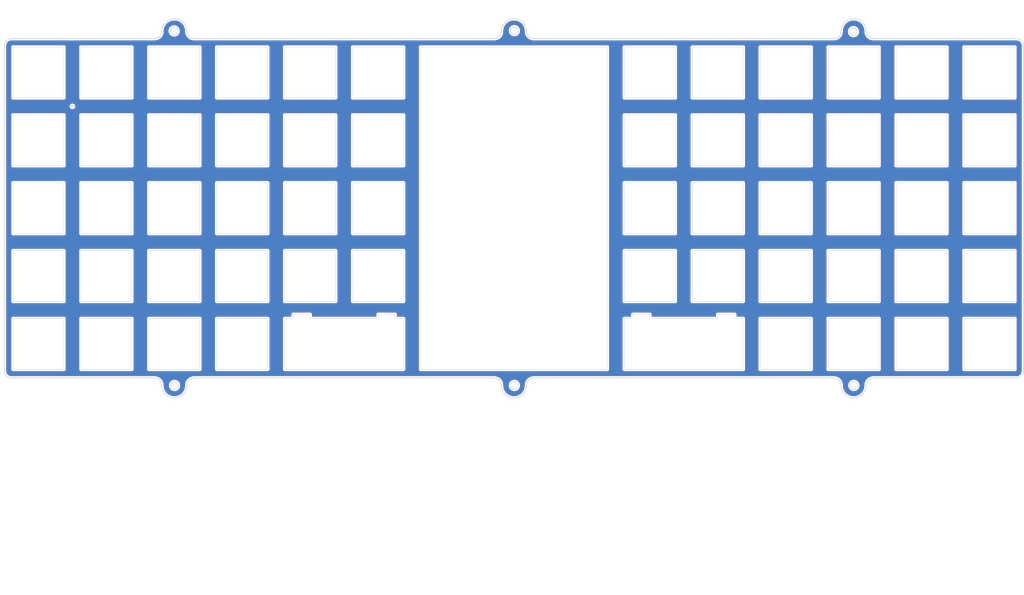
<source format=kicad_pcb>
(kicad_pcb (version 20211014) (generator pcbnew)
  (layers (0 "F.Cu" signal) (31 "B.Cu" signal) (34 "B.Paste" user) (35 "F.Paste" user) (36 "B.SilkS" user "B.Silkscreen") (37 "F.SilkS" user "F.Silkscreen") (38 "B.Mask" user) (39 "F.Mask" user) (44 "Edge.Cuts" user))
  (net 0 "")
  (gr_line (start 163.115625 118.348125) (end 165.496965 118.348233) (layer "Edge.Cuts") (width 0.1))
  (gr_line (start 170.259469 118.348233) (end 189.309485 118.348233) (layer "Edge.Cuts") (width 0.1))
  (gr_line (start 163.115625 56.435625) (end 163.115625 42.148125) (layer "Edge.Cuts") (width 0.1))
  (gr_line (start 196.453125 42.148125) (end 182.165625 42.148125) (layer "Edge.Cuts") (width 0.1))
  (gr_line (start 215.503125 42.148125) (end 201.215625 42.148125) (layer "Edge.Cuts") (width 0.1))
  (gr_line (start 220.265625 56.435625) (end 220.265625 42.148125) (layer "Edge.Cuts") (width 0.1))
  (gr_line (start 239.315625 56.435625) (end 239.315625 42.148125) (layer "Edge.Cuts") (width 0.1))
  (gr_line (start 258.365625 56.435625) (end 258.365625 42.148125) (layer "Edge.Cuts") (width 0.1))
  (gr_line (start 182.165625 61.198125) (end 182.165625 75.485625) (layer "Edge.Cuts") (width 0.1))
  (gr_line (start 258.365625 75.485625) (end 258.365625 61.198125) (layer "Edge.Cuts") (width 0.1))
  (gr_line (start 253.603125 61.198125) (end 253.603125 75.485625) (layer "Edge.Cuts") (width 0.1))
  (gr_line (start 272.653125 75.485625) (end 258.365625 75.485625) (layer "Edge.Cuts") (width 0.1))
  (gr_line (start 272.653125 61.198125) (end 272.653125 75.485625) (layer "Edge.Cuts") (width 0.1))
  (gr_line (start 220.265625 75.485625) (end 220.265625 61.198125) (layer "Edge.Cuts") (width 0.1))
  (gr_line (start 163.115625 61.198125) (end 177.403125 61.198125) (layer "Edge.Cuts") (width 0.1))
  (gr_line (start 177.403125 75.485625) (end 163.115625 75.485625) (layer "Edge.Cuts") (width 0.1))
  (gr_line (start 234.553125 75.485625) (end 220.265625 75.485625) (layer "Edge.Cuts") (width 0.1))
  (gr_line (start 239.315625 75.485625) (end 239.315625 61.198125) (layer "Edge.Cuts") (width 0.1))
  (gr_line (start 220.265625 61.198125) (end 234.553125 61.198125) (layer "Edge.Cuts") (width 0.1))
  (gr_line (start 253.603125 75.485625) (end 239.315625 75.485625) (layer "Edge.Cuts") (width 0.1))
  (gr_line (start 177.403125 61.198125) (end 177.403125 75.485625) (layer "Edge.Cuts") (width 0.1))
  (gr_line (start 196.453125 61.198125) (end 182.165625 61.198125) (layer "Edge.Cuts") (width 0.1))
  (gr_line (start 196.453125 75.485625) (end 196.453125 61.198125) (layer "Edge.Cuts") (width 0.1))
  (gr_line (start 239.315625 61.198125) (end 253.603125 61.198125) (layer "Edge.Cuts") (width 0.1))
  (gr_line (start 215.503125 61.198125) (end 201.215625 61.198125) (layer "Edge.Cuts") (width 0.1))
  (gr_line (start 258.365625 61.198125) (end 272.653125 61.198125) (layer "Edge.Cuts") (width 0.1))
  (gr_line (start 234.553125 61.198125) (end 234.553125 75.485625) (layer "Edge.Cuts") (width 0.1))
  (gr_line (start 163.115625 75.485625) (end 163.115625 61.198125) (layer "Edge.Cuts") (width 0.1))
  (gr_line (start 201.215625 75.485625) (end 215.503125 75.485625) (layer "Edge.Cuts") (width 0.1))
  (gr_line (start 201.215625 61.198125) (end 201.215625 75.485625) (layer "Edge.Cuts") (width 0.1))
  (gr_line (start 215.503125 75.485625) (end 215.503125 61.198125) (layer "Edge.Cuts") (width 0.1))
  (gr_line (start 182.165625 75.485625) (end 196.453125 75.485625) (layer "Edge.Cuts") (width 0.1))
  (gr_line (start 177.403125 80.248125) (end 177.403125 94.535625) (layer "Edge.Cuts") (width 0.1))
  (gr_line (start 196.453125 80.248125) (end 182.165625 80.248125) (layer "Edge.Cuts") (width 0.1))
  (gr_line (start 220.265625 80.248125) (end 234.553125 80.248125) (layer "Edge.Cuts") (width 0.1))
  (gr_line (start 253.603125 94.535625) (end 239.315625 94.535625) (layer "Edge.Cuts") (width 0.1))
  (gr_line (start 234.553125 94.535625) (end 220.265625 94.535625) (layer "Edge.Cuts") (width 0.1))
  (gr_line (start 239.315625 94.535625) (end 239.315625 80.248125) (layer "Edge.Cuts") (width 0.1))
  (gr_line (start 234.553125 80.248125) (end 234.553125 94.535625) (layer "Edge.Cuts") (width 0.1))
  (gr_line (start 258.365625 80.248125) (end 272.653125 80.248125) (layer "Edge.Cuts") (width 0.1))
  (gr_line (start 182.165625 94.535625) (end 196.453125 94.535625) (layer "Edge.Cuts") (width 0.1))
  (gr_line (start 163.115625 94.535625) (end 163.115625 80.248125) (layer "Edge.Cuts") (width 0.1))
  (gr_line (start 253.603125 80.248125) (end 253.603125 94.535625) (layer "Edge.Cuts") (width 0.1))
  (gr_line (start 258.365625 94.535625) (end 258.365625 80.248125) (layer "Edge.Cuts") (width 0.1))
  (gr_line (start 201.215625 94.535625) (end 215.503125 94.535625) (layer "Edge.Cuts") (width 0.1))
  (gr_line (start 196.453125 94.535625) (end 196.453125 80.248125) (layer "Edge.Cuts") (width 0.1))
  (gr_line (start 272.653125 94.535713) (end 258.365625 94.535713) (layer "Edge.Cuts") (width 0.1))
  (gr_line (start 215.503125 94.535625) (end 215.503125 80.248125) (layer "Edge.Cuts") (width 0.1))
  (gr_line (start 201.215625 80.248125) (end 201.215625 94.535625) (layer "Edge.Cuts") (width 0.1))
  (gr_line (start 215.503125 80.248125) (end 201.215625 80.248125) (layer "Edge.Cuts") (width 0.1))
  (gr_line (start 182.165625 80.248125) (end 182.165625 94.535625) (layer "Edge.Cuts") (width 0.1))
  (gr_line (start 239.315625 80.248125) (end 253.603125 80.248125) (layer "Edge.Cuts") (width 0.1))
  (gr_line (start 272.653125 80.248125) (end 272.653125 94.535625) (layer "Edge.Cuts") (width 0.1))
  (gr_line (start 163.115625 80.248125) (end 177.403125 80.248125) (layer "Edge.Cuts") (width 0.1))
  (gr_line (start 220.265625 94.535625) (end 220.265625 80.248125) (layer "Edge.Cuts") (width 0.1))
  (gr_line (start 177.403125 94.535625) (end 163.115625 94.535625) (layer "Edge.Cuts") (width 0.1))
  (gr_line (start 258.365625 113.585625) (end 258.365625 99.298125) (layer "Edge.Cuts") (width 0.1))
  (gr_line (start 196.453125 99.298125) (end 182.165625 99.298125) (layer "Edge.Cuts") (width 0.1))
  (gr_line (start 253.603125 113.585625) (end 239.315625 113.585625) (layer "Edge.Cuts") (width 0.1))
  (gr_line (start 239.315625 99.298125) (end 253.603125 99.298125) (layer "Edge.Cuts") (width 0.1))
  (gr_line (start 220.265625 99.298125) (end 234.553125 99.298125) (layer "Edge.Cuts") (width 0.1))
  (gr_line (start 182.165625 99.298125) (end 182.165625 113.585625) (layer "Edge.Cuts") (width 0.1))
  (gr_line (start 201.215625 99.298125) (end 201.215625 113.585625) (layer "Edge.Cuts") (width 0.1))
  (gr_line (start 234.553125 99.298125) (end 234.553125 113.585625) (layer "Edge.Cuts") (width 0.1))
  (gr_line (start 177.403125 99.298125) (end 177.403125 113.585625) (layer "Edge.Cuts") (width 0.1))
  (gr_line (start 234.553125 113.585625) (end 220.265625 113.585625) (layer "Edge.Cuts") (width 0.1))
  (gr_line (start 201.215625 113.585625) (end 215.503125 113.585625) (layer "Edge.Cuts") (width 0.1))
  (gr_line (start 220.265625 113.585625) (end 220.265625 99.298125) (layer "Edge.Cuts") (width 0.1))
  (gr_line (start 239.315625 113.585625) (end 239.315625 99.298125) (layer "Edge.Cuts") (width 0.1))
  (gr_line (start 272.653125 99.298125) (end 272.653125 113.585625) (layer "Edge.Cuts") (width 0.1))
  (gr_line (start 196.453125 113.585625) (end 196.453125 99.298125) (layer "Edge.Cuts") (width 0.1))
  (gr_line (start 272.653125 113.585625) (end 258.365625 113.585625) (layer "Edge.Cuts") (width 0.1))
  (gr_line (start 182.165625 113.585625) (end 196.453125 113.585625) (layer "Edge.Cuts") (width 0.1))
  (gr_line (start 215.503125 99.298125) (end 201.215625 99.298125) (layer "Edge.Cuts") (width 0.1))
  (gr_line (start 215.503125 113.585625) (end 215.503125 99.298125) (layer "Edge.Cuts") (width 0.1))
  (gr_line (start 163.115625 99.298125) (end 177.403125 99.298125) (layer "Edge.Cuts") (width 0.1))
  (gr_line (start 177.403125 113.585625) (end 163.115625 113.585625) (layer "Edge.Cuts") (width 0.1))
  (gr_line (start 253.603125 99.298125) (end 253.603125 113.585625) (layer "Edge.Cuts") (width 0.1))
  (gr_line (start 163.115625 113.585625) (end 163.115625 99.298125) (layer "Edge.Cuts") (width 0.1))
  (gr_line (start 258.365625 99.298125) (end 272.653125 99.298125) (layer "Edge.Cuts") (width 0.1))
  (gr_line (start 201.215625 132.635625) (end 215.503125 132.635625) (layer "Edge.Cuts") (width 0.1))
  (gr_line (start 234.553125 118.348125) (end 234.553125 132.635625) (layer "Edge.Cuts") (width 0.1))
  (gr_line (start 234.553125 132.635625) (end 220.265625 132.635625) (layer "Edge.Cuts") (width 0.1))
  (gr_line (start 215.503125 118.348125) (end 201.215625 118.348125) (layer "Edge.Cuts") (width 0.1))
  (gr_line (start 253.603125 132.635625) (end 239.315625 132.635625) (layer "Edge.Cuts") (width 0.1))
  (gr_line (start 272.653125 132.635625) (end 258.365625 132.635625) (layer "Edge.Cuts") (width 0.1))
  (gr_line (start 220.265625 132.635625) (end 220.265625 118.348125) (layer "Edge.Cuts") (width 0.1))
  (gr_line (start 239.315625 132.635625) (end 239.315625 118.348125) (layer "Edge.Cuts") (width 0.1))
  (gr_line (start 272.653125 118.348125) (end 272.653125 132.635625) (layer "Edge.Cuts") (width 0.1))
  (gr_line (start 196.453125 132.635625) (end 196.453125 118.348125) (layer "Edge.Cuts") (width 0.1))
  (gr_line (start 253.603125 118.348125) (end 253.603125 132.635625) (layer "Edge.Cuts") (width 0.1))
  (gr_line (start 258.365625 132.635625) (end 258.365625 118.348125) (layer "Edge.Cuts") (width 0.1))
  (gr_line (start 163.115625 132.635625) (end 163.115625 118.348125) (layer "Edge.Cuts") (width 0.1))
  (gr_line (start 215.503125 132.635625) (end 215.503125 118.348125) (layer "Edge.Cuts") (width 0.1))
  (gr_line (start 239.315625 118.348125) (end 253.603125 118.348125) (layer "Edge.Cuts") (width 0.1))
  (gr_line (start 220.265625 118.348125) (end 234.553125 118.348125) (layer "Edge.Cuts") (width 0.1))
  (gr_line (start 201.215625 118.348125) (end 201.215625 132.635625) (layer "Edge.Cuts") (width 0.1))
  (gr_line (start 258.365625 118.348125) (end 272.653125 118.348125) (layer "Edge.Cuts") (width 0.1))
  (gr_line (start 196.453125 132.635625) (end 163.115625 132.635625) (layer "Edge.Cuts") (width 0.1))
  (gr_line (start 5.953125 42.148125) (end -8.334375 42.148125) (layer "Edge.Cuts") (width 0.1))
  (gr_line (start -8.334375 42.148125) (end -8.334375 56.435625) (layer "Edge.Cuts") (width 0.1))
  (gr_line (start 44.053125 61.198125) (end 29.765625 61.198125) (layer "Edge.Cuts") (width 0.1))
  (gr_line (start 10.715625 75.485625) (end 25.003125 75.485625) (layer "Edge.Cuts") (width 0.1))
  (gr_line (start 82.153125 42.148125) (end 82.153125 56.435625) (layer "Edge.Cuts") (width 0.1))
  (gr_line (start 82.153125 56.435625) (end 67.865625 56.435625) (layer "Edge.Cuts") (width 0.1))
  (gr_line (start -8.334375 113.585625) (end 5.953125 113.585625) (layer "Edge.Cuts") (width 0.1))
  (gr_line (start 5.953125 99.298125) (end -8.334375 99.298125) (layer "Edge.Cuts") (width 0.1))
  (gr_line (start 48.815625 56.435625) (end 48.815625 42.148125) (layer "Edge.Cuts") (width 0.1))
  (gr_line (start 48.815625 42.148125) (end 63.103125 42.148125) (layer "Edge.Cuts") (width 0.1))
  (gr_line (start 44.053125 42.148125) (end 29.765625 42.148125) (layer "Edge.Cuts") (width 0.1))
  (gr_line (start 29.765625 42.148125) (end 29.765625 56.435625) (layer "Edge.Cuts") (width 0.1))
  (gr_line (start 29.765625 56.435625) (end 44.053125 56.435625) (layer "Edge.Cuts") (width 0.1))
  (gr_line (start 44.053125 56.435625) (end 44.053125 42.148125) (layer "Edge.Cuts") (width 0.1))
  (gr_line (start 25.003125 42.148125) (end 10.715625 42.148125) (layer "Edge.Cuts") (width 0.1))
  (gr_line (start 10.715625 42.148125) (end 10.715625 56.435625) (layer "Edge.Cuts") (width 0.1))
  (gr_line (start 67.865625 56.435625) (end 67.865625 42.148125) (layer "Edge.Cuts") (width 0.1))
  (gr_line (start 67.865625 42.148125) (end 82.153125 42.148125) (layer "Edge.Cuts") (width 0.1))
  (gr_line (start -8.334375 56.435625) (end 5.953125 56.435625) (layer "Edge.Cuts") (width 0.1))
  (gr_line (start -8.334375 75.485625) (end 5.953125 75.485625) (layer "Edge.Cuts") (width 0.1))
  (gr_line (start 10.715625 56.435625) (end 25.003125 56.435625) (layer "Edge.Cuts") (width 0.1))
  (gr_line (start 25.003125 56.435625) (end 25.003125 42.148125) (layer "Edge.Cuts") (width 0.1))
  (gr_line (start 5.953125 56.435625) (end 5.953125 42.148125) (layer "Edge.Cuts") (width 0.1))
  (gr_line (start 70.246761 118.348233) (end 67.865625 118.348125) (layer "Edge.Cuts") (width 0.1))
  (gr_line (start 75.009265 117.157607) (end 75.009265 118.348233) (layer "Edge.Cuts") (width 0.1))
  (gr_line (start 70.246761 118.348233) (end 70.246761 117.157607) (layer "Edge.Cuts") (width 0.1))
  (gr_line (start 94.059281 118.348233) (end 94.059281 117.157607) (layer "Edge.Cuts") (width 0.1))
  (gr_line (start 101.203125 61.198125) (end 86.915625 61.198125) (layer "Edge.Cuts") (width 0.1))
  (gr_line (start 82.153125 61.198125) (end 82.153125 75.485625) (layer "Edge.Cuts") (width 0.1))
  (gr_line (start 86.915625 75.485625) (end 101.203125 75.485625) (layer "Edge.Cuts") (width 0.1))
  (gr_line (start 48.815625 61.198125) (end 63.103125 61.198125) (layer "Edge.Cuts") (width 0.1))
  (gr_line (start 86.915625 80.248125) (end 86.915625 94.535625) (layer "Edge.Cuts") (width 0.1))
  (gr_line (start 29.765625 61.198125) (end 29.765625 75.485625) (layer "Edge.Cuts") (width 0.1))
  (gr_line (start -8.334375 61.198125) (end -8.334375 75.485625) (layer "Edge.Cuts") (width 0.1))
  (gr_line (start -8.334375 94.535713) (end 5.953125 94.535713) (layer "Edge.Cuts") (width 0.1))
  (gr_line (start 29.765625 94.535625) (end 44.053125 94.535625) (layer "Edge.Cuts") (width 0.1))
  (gr_line (start 25.003125 94.535625) (end 25.003125 80.248125) (layer "Edge.Cuts") (width 0.1))
  (gr_line (start 101.203125 42.148125) (end 86.915625 42.148125) (layer "Edge.Cuts") (width 0.1))
  (gr_line (start 10.715625 80.248125) (end 10.715625 94.535625) (layer "Edge.Cuts") (width 0.1))
  (gr_line (start 5.953125 94.535625) (end 5.953125 80.248125) (layer "Edge.Cuts") (width 0.1))
  (gr_line (start 5.953125 75.485625) (end 5.953125 61.198125) (layer "Edge.Cuts") (width 0.1))
  (gr_line (start 67.865625 99.298125) (end 82.153125 99.298125) (layer "Edge.Cuts") (width 0.1))
  (gr_line (start 29.765625 132.635625) (end 44.053125 132.635625) (layer "Edge.Cuts") (width 0.1))
  (gr_line (start 10.715625 113.585625) (end 25.003125 113.585625) (layer "Edge.Cuts") (width 0.1))
  (gr_line (start 82.153125 99.298125) (end 82.153125 113.585625) (layer "Edge.Cuts") (width 0.1))
  (gr_line (start 63.103125 99.298125) (end 63.103125 113.585625) (layer "Edge.Cuts") (width 0.1))
  (gr_line (start 29.765625 80.248125) (end 29.765625 94.535625) (layer "Edge.Cuts") (width 0.1))
  (gr_line (start 29.765625 99.298125) (end 29.765625 113.585625) (layer "Edge.Cuts") (width 0.1))
  (gr_line (start 82.153125 94.535625) (end 67.865625 94.535625) (layer "Edge.Cuts") (width 0.1))
  (gr_line (start 86.915625 99.298125) (end 86.915625 113.585625) (layer "Edge.Cuts") (width 0.1))
  (gr_line (start 29.765625 113.585625) (end 44.053125 113.585625) (layer "Edge.Cuts") (width 0.1))
  (gr_line (start 94.059281 118.348233) (end 75.009265 118.348233) (layer "Edge.Cuts") (width 0.1))
  (gr_line (start 63.103125 113.585625) (end 48.815625 113.585625) (layer "Edge.Cuts") (width 0.1))
  (gr_line (start 10.715625 118.348125) (end 10.715625 132.635625) (layer "Edge.Cuts") (width 0.1))
  (gr_line (start 44.053125 113.585625) (end 44.053125 99.298125) (layer "Edge.Cuts") (width 0.1))
  (gr_line (start 44.053125 132.635625) (end 44.053125 118.348125) (layer "Edge.Cuts") (width 0.1))
  (gr_line (start 25.003125 113.585625) (end 25.003125 99.298125) (layer "Edge.Cuts") (width 0.1))
  (gr_line (start 48.815625 132.635625) (end 48.815625 118.348125) (layer "Edge.Cuts") (width 0.1))
  (gr_line (start 67.865625 113.585625) (end 67.865625 99.298125) (layer "Edge.Cuts") (width 0.1))
  (gr_line (start 63.103125 132.635625) (end 48.815625 132.635625) (layer "Edge.Cuts") (width 0.1))
  (gr_line (start 82.153125 113.585625) (end 67.865625 113.585625) (layer "Edge.Cuts") (width 0.1))
  (gr_line (start 10.715625 132.635625) (end 25.003125 132.635625) (layer "Edge.Cuts") (width 0.1))
  (gr_line (start 48.815625 99.298125) (end 63.103125 99.298125) (layer "Edge.Cuts") (width 0.1))
  (gr_line (start 25.003125 132.635625) (end 25.003125 118.348125) (layer "Edge.Cuts") (width 0.1))
  (gr_line (start 48.815625 113.585625) (end 48.815625 99.298125) (layer "Edge.Cuts") (width 0.1))
  (gr_line (start 48.815625 94.535625) (end 48.815625 80.248125) (layer "Edge.Cuts") (width 0.1))
  (gr_line (start 63.103125 80.248125) (end 63.103125 94.535625) (layer "Edge.Cuts") (width 0.1))
  (gr_line (start 48.815625 80.248125) (end 63.103125 80.248125) (layer "Edge.Cuts") (width 0.1))
  (gr_line (start 25.003125 99.298125) (end 10.715625 99.298125) (layer "Edge.Cuts") (width 0.1))
  (gr_line (start 63.103125 56.435625) (end 48.815625 56.435625) (layer "Edge.Cuts") (width 0.1))
  (gr_line (start 101.203125 99.298125) (end 86.915625 99.298125) (layer "Edge.Cuts") (width 0.1))
  (gr_line (start 44.053125 99.298125) (end 29.765625 99.298125) (layer "Edge.Cuts") (width 0.1))
  (gr_line (start 82.153125 80.248125) (end 82.153125 94.535625) (layer "Edge.Cuts") (width 0.1))
  (gr_line (start 25.003125 80.248125) (end 10.715625 80.248125) (layer "Edge.Cuts") (width 0.1))
  (gr_line (start 63.103125 42.148125) (end 63.103125 56.435625) (layer "Edge.Cuts") (width 0.1))
  (gr_line (start 67.865625 132.635625) (end 67.865625 118.348125) (layer "Edge.Cuts") (width 0.1))
  (gr_line (start 86.915625 42.148125) (end 86.915625 56.435625) (layer "Edge.Cuts") (width 0.1))
  (gr_line (start 86.915625 56.435625) (end 101.203125 56.435625) (layer "Edge.Cuts") (width 0.1))
  (gr_line (start 67.865625 132.635625) (end 101.203125 132.635625) (layer "Edge.Cuts") (width 0.1))
  (gr_line (start 86.915625 61.198125) (end 86.915625 75.485625) (layer "Edge.Cuts") (width 0.1))
  (gr_line (start 67.865625 61.198125) (end 82.153125 61.198125) (layer "Edge.Cuts") (width 0.1))
  (gr_line (start 63.103125 75.485625) (end 48.815625 75.485625) (layer "Edge.Cuts") (width 0.1))
  (gr_line (start 5.953125 132.635625) (end 5.953125 118.348125) (layer "Edge.Cuts") (width 0.1))
  (gr_line (start 63.103125 118.348125) (end 63.103125 132.635625) (layer "Edge.Cuts") (width 0.1))
  (gr_line (start 94.059281 117.157607) (end 98.821785 117.157607) (layer "Edge.Cuts") (width 0.1))
  (gr_line (start 86.915625 113.585625) (end 101.203125 113.585625) (layer "Edge.Cuts") (width 0.1))
  (gr_line (start 10.715625 99.298125) (end 10.715625 113.585625) (layer "Edge.Cuts") (width 0.1))
  (gr_line (start 29.765625 118.348125) (end 29.765625 132.635625) (layer "Edge.Cuts") (width 0.1))
  (gr_line (start 25.003125 118.348125) (end 10.715625 118.348125) (layer "Edge.Cuts") (width 0.1))
  (gr_line (start 44.053125 118.348125) (end 29.765625 118.348125) (layer "Edge.Cuts") (width 0.1))
  (gr_line (start 70.246761 117.157607) (end 75.009265 117.157607) (layer "Edge.Cuts") (width 0.1))
  (gr_line (start -8.334375 118.348125) (end -8.334375 132.635625) (layer "Edge.Cuts") (width 0.1))
  (gr_line (start 5.953125 118.348125) (end -8.334375 118.348125) (layer "Edge.Cuts") (width 0.1))
  (gr_line (start -8.334375 132.635625) (end 5.953125 132.635625) (layer "Edge.Cuts") (width 0.1))
  (gr_line (start 5.953125 61.198125) (end -8.334375 61.198125) (layer "Edge.Cuts") (width 0.1))
  (gr_line (start -8.334375 80.248125) (end -8.334375 94.535625) (layer "Edge.Cuts") (width 0.1))
  (gr_line (start 5.953125 80.248125) (end -8.334375 80.248125) (layer "Edge.Cuts") (width 0.1))
  (gr_line (start 63.103125 61.198125) (end 63.103125 75.485625) (layer "Edge.Cuts") (width 0.1))
  (gr_line (start 67.865625 80.248125) (end 82.153125 80.248125) (layer "Edge.Cuts") (width 0.1))
  (gr_line (start 44.053125 80.248125) (end 29.765625 80.248125) (layer "Edge.Cuts") (width 0.1))
  (gr_line (start 48.815625 75.485625) (end 48.815625 61.198125) (layer "Edge.Cuts") (width 0.1))
  (gr_line (start 67.865625 94.535625) (end 67.865625 80.248125) (layer "Edge.Cuts") (width 0.1))
  (gr_line (start 101.203125 80.248125) (end 86.915625 80.248125) (layer "Edge.Cuts") (width 0.1))
  (gr_line (start 44.053125 94.535625) (end 44.053125 80.248125) (layer "Edge.Cuts") (width 0.1))
  (gr_line (start 86.915625 94.535625) (end 101.203125 94.535625) (layer "Edge.Cuts") (width 0.1))
  (gr_line (start 63.103125 94.535625) (end 48.815625 94.535625) (layer "Edge.Cuts") (width 0.1))
  (gr_line (start 67.865625 75.485625) (end 67.865625 61.198125) (layer "Edge.Cuts") (width 0.1))
  (gr_line (start 25.003125 61.198125) (end 10.715625 61.198125) (layer "Edge.Cuts") (width 0.1))
  (gr_line (start 10.715625 61.198125) (end 10.715625 75.485625) (layer "Edge.Cuts") (width 0.1))
  (gr_line (start 5.953125 113.585625) (end 5.953125 99.298125) (layer "Edge.Cuts") (width 0.1))
  (gr_line (start -8.334375 99.298125) (end -8.334375 113.585625) (layer "Edge.Cuts") (width 0.1))
  (gr_line (start 25.003125 75.485625) (end 25.003125 61.198125) (layer "Edge.Cuts") (width 0.1))
  (gr_line (start 82.153125 75.485625) (end 67.865625 75.485625) (layer "Edge.Cuts") (width 0.1))
  (gr_line (start 48.815625 118.348125) (end 63.103125 118.348125) (layer "Edge.Cuts") (width 0.1))
  (gr_line (start 10.715625 94.535625) (end 25.003125 94.535625) (layer "Edge.Cuts") (width 0.1))
  (gr_line (start 44.053125 75.485625) (end 44.053125 61.198125) (layer "Edge.Cuts") (width 0.1))
  (gr_line (start 29.765625 75.485625) (end 44.053125 75.485625) (layer "Edge.Cuts") (width 0.1))
  (gr_line (start -10.733457 133.050129) (end -10.733457 41.800004) (layer "Edge.Cuts") (width 0.2))
  (gr_arc (start -10.733457 41.800004) (mid -10.147671 40.38579) (end -8.733457 39.800004) (layer "Edge.Cuts") (width 0.2))
  (gr_line (start -8.733457 39.800004) (end 31.440032 39.800004) (layer "Edge.Cuts") (width 0.2))
  (gr_arc (start 33.417717 37.800127) (mid 32.839799 39.20643) (end 31.440032 39.800004) (layer "Edge.Cuts") (width 0.2))
  (gr_line (start 33.417717 37.800129) (end 33.417717 37.700129) (layer "Edge.Cuts") (width 0.2))
  (gr_arc (start 33.417717 37.700129) (mid 36.917717 34.200129) (end 40.417717 37.700129) (layer "Edge.Cuts") (width 0.2))
  (gr_line (start 40.417717 37.700129) (end 40.417717 37.800128) (layer "Edge.Cuts") (width 0.2))
  (gr_arc (start 42.395401 39.800003) (mid 40.995635 39.20643) (end 40.417717 37.800128) (layer "Edge.Cuts") (width 0.2))
  (gr_line (start 42.395401 39.800004) (end 126.690032 39.800004) (layer "Edge.Cuts") (width 0.2))
  (gr_arc (start 128.667717 37.800128) (mid 128.089798 39.20643) (end 126.690032 39.800004) (layer "Edge.Cuts") (width 0.2))
  (gr_line (start 128.667717 37.800129) (end 128.667717 37.700129) (layer "Edge.Cuts") (width 0.2))
  (gr_arc (start 128.667717 37.700129) (mid 132.167717 34.200129) (end 135.667717 37.700129) (layer "Edge.Cuts") (width 0.2))
  (gr_line (start 135.667717 37.700129) (end 135.667717 37.800128) (layer "Edge.Cuts") (width 0.2))
  (gr_arc (start 137.645401 39.800003) (mid 136.245635 39.20643) (end 135.667717 37.800128) (layer "Edge.Cuts") (width 0.2))
  (gr_line (start 137.645401 39.800004) (end 221.940032 39.800004) (layer "Edge.Cuts") (width 0.2))
  (gr_arc (start 223.917716 37.800129) (mid 223.339798 39.20643) (end 221.940032 39.800004) (layer "Edge.Cuts") (width 0.2))
  (gr_line (start 223.917717 37.800129) (end 223.917717 37.700129) (layer "Edge.Cuts") (width 0.2))
  (gr_arc (start 223.917717 37.700128) (mid 227.417717 34.200128) (end 230.917717 37.700128) (layer "Edge.Cuts") (width 0.2))
  (gr_line (start 230.917717 37.700128) (end 230.917717 37.800128) (layer "Edge.Cuts") (width 0.2))
  (gr_arc (start 232.895401 39.800003) (mid 231.495635 39.20643) (end 230.917717 37.800128) (layer "Edge.Cuts") (width 0.2))
  (gr_line (start 232.895401 39.800004) (end 273.042717 39.800004) (layer "Edge.Cuts") (width 0.2))
  (gr_arc (start 273.042716 39.800003) (mid 274.45693 40.38579) (end 275.042717 41.800004) (layer "Edge.Cuts") (width 0.2))
  (gr_line (start 275.042717 41.800004) (end 275.042717 133.050129) (layer "Edge.Cuts") (width 0.2))
  (gr_arc (start 275.042717 133.050127) (mid 274.456931 134.464342) (end 273.042717 135.050129) (layer "Edge.Cuts") (width 0.2))
  (gr_line (start 273.042717 135.050129) (end 232.917717 135.050128) (layer "Edge.Cuts") (width 0.2))
  (gr_arc (start 230.917716 137.050127) (mid 231.503503 135.635914) (end 232.917717 135.050128) (layer "Edge.Cuts") (width 0.2))
  (gr_line (start 230.917716 137.050129) (end 230.917717 137.150129) (layer "Edge.Cuts") (width 0.2))
  (gr_arc (start 230.917717 137.150128) (mid 227.417717 140.650128) (end 223.917717 137.150128) (layer "Edge.Cuts") (width 0.2))
  (gr_line (start 223.917717 137.150128) (end 223.917717 137.050129) (layer "Edge.Cuts") (width 0.2))
  (gr_arc (start 221.917718 135.050128) (mid 223.331931 135.635915) (end 223.917717 137.050129) (layer "Edge.Cuts") (width 0.2))
  (gr_line (start 221.917717 135.050129) (end 137.667717 135.050129) (layer "Edge.Cuts") (width 0.2))
  (gr_arc (start 135.667717 137.050129) (mid 136.253503 135.635915) (end 137.667717 135.050129) (layer "Edge.Cuts") (width 0.2))
  (gr_line (start 135.667717 137.050129) (end 135.667717 137.150129) (layer "Edge.Cuts") (width 0.2))
  (gr_arc (start 135.667717 137.150128) (mid 132.167717 140.650128) (end 128.667717 137.150128) (layer "Edge.Cuts") (width 0.2))
  (gr_line (start 128.667717 137.150128) (end 128.667717 137.050129) (layer "Edge.Cuts") (width 0.2))
  (gr_arc (start 126.667718 135.050128) (mid 128.081931 135.635915) (end 128.667717 137.050129) (layer "Edge.Cuts") (width 0.2))
  (gr_line (start 126.667717 135.050129) (end 42.417717 135.050129) (layer "Edge.Cuts") (width 0.2))
  (gr_arc (start 40.417717 137.050129) (mid 41.003503 135.635915) (end 42.417717 135.050129) (layer "Edge.Cuts") (width 0.2))
  (gr_line (start 40.417717 137.050129) (end 40.417717 137.150129) (layer "Edge.Cuts") (width 0.2))
  (gr_arc (start 40.417717 137.150129) (mid 36.917717 140.650129) (end 33.417717 137.150129) (layer "Edge.Cuts") (width 0.2))
  (gr_line (start 33.417717 137.150129) (end 33.417717 137.050129) (layer "Edge.Cuts") (width 0.2))
  (gr_arc (start 31.417716 135.050128) (mid 32.83193 135.635915) (end 33.417717 137.050129) (layer "Edge.Cuts") (width 0.2))
  (gr_line (start 31.417717 135.050129) (end -8.733457 135.050128) (layer "Edge.Cuts") (width 0.2))
  (gr_arc (start -8.733456 135.050128) (mid -10.14767 134.464342) (end -10.733457 133.050129) (layer "Edge.Cuts") (width 0.2))
  (gr_circle (center 36.965928 137.142052) (end 38.065928 137.142052) (layer "Edge.Cuts") (width 0.2) (fill none))
  (gr_circle (center 132.269234 37.560863) (end 133.369234 37.560863) (layer "Edge.Cuts") (width 0.2) (fill none))
  (gr_circle (center 227.465928 137.142052) (end 228.565928 137.142052) (layer "Edge.Cuts") (width 0.2) (fill none))
  (gr_circle (center 227.365928 37.842051) (end 228.465928 37.842051) (layer "Edge.Cuts") (width 0.2) (fill none))
  (gr_circle (center 132.265928 137.142052) (end 133.365928 137.142052) (layer "Edge.Cuts") (width 0.2) (fill none))
  (gr_circle (center 36.865928 37.642052) (end 37.965927 37.642052) (layer "Edge.Cuts") (width 0.2) (fill none))
  (gr_line (start 196.453125 56.435625) (end 196.453125 42.148125) (layer "Edge.Cuts") (width 0.1))
  (gr_line (start 220.265625 42.148125) (end 234.553125 42.148125) (layer "Edge.Cuts") (width 0.1))
  (gr_line (start 234.553125 42.148125) (end 234.553125 56.435625) (layer "Edge.Cuts") (width 0.1))
  (gr_line (start 182.165625 42.148125) (end 182.165625 56.435625) (layer "Edge.Cuts") (width 0.1))
  (gr_line (start 158.35379 42.148332) (end 105.965625 42.148125) (layer "Edge.Cuts") (width 0.1))
  (gr_line (start 201.215625 42.148125) (end 201.215625 56.435625) (layer "Edge.Cuts") (width 0.1))
  (gr_line (start 194.071989 117.157607) (end 189.309485 117.157607) (layer "Edge.Cuts") (width 0.1))
  (gr_line (start 101.203125 113.585625) (end 101.203125 99.298125) (layer "Edge.Cuts") (width 0.1))
  (gr_line (start 101.203125 94.535625) (end 101.203125 80.248125) (layer "Edge.Cuts") (width 0.1))
  (gr_line (start 239.315625 42.148125) (end 253.603125 42.148125) (layer "Edge.Cuts") (width 0.1))
  (gr_line (start 158.35379 42.148332) (end 158.35379 132.635832) (layer "Edge.Cuts") (width 0.1))
  (gr_line (start 272.653125 42.148125) (end 272.653125 56.435625) (layer "Edge.Cuts") (width 0.1))
  (gr_line (start 258.365625 42.148125) (end 272.653125 42.148125) (layer "Edge.Cuts") (width 0.1))
  (gr_line (start 105.965625 132.635625) (end 158.35379 132.635832) (layer "Edge.Cuts") (width 0.1))
  (gr_line (start 101.203125 132.635625) (end 101.203125 118.348125) (layer "Edge.Cuts") (width 0.1))
  (gr_line (start 101.203125 75.485625) (end 101.203125 61.198125) (layer "Edge.Cuts") (width 0.1))
  (gr_line (start 272.653125 56.435625) (end 258.365625 56.435625) (layer "Edge.Cuts") (width 0.1))
  (gr_line (start 194.071989 118.348233) (end 194.071989 117.157607) (layer "Edge.Cuts") (width 0.1))
  (gr_line (start 101.203125 118.348125) (end 98.821785 118.348233) (layer "Edge.Cuts") (width 0.1))
  (gr_line (start 189.309485 117.157607) (end 189.309485 118.348233) (layer "Edge.Cuts") (width 0.1))
  (gr_line (start 194.071989 118.348233) (end 196.453241 118.348233) (layer "Edge.Cuts") (width 0.1))
  (gr_line (start 170.259469 118.348233) (end 170.259469 117.157607) (layer "Edge.Cuts") (width 0.1))
  (gr_line (start 105.965625 42.148125) (end 105.965625 132.635625) (layer "Edge.Cuts") (width 0.1))
  (gr_line (start 215.503125 56.435625) (end 215.503125 42.148125) (layer "Edge.Cuts") (width 0.1))
  (gr_line (start 253.603125 42.148125) (end 253.603125 56.435625) (layer "Edge.Cuts") (width 0.1))
  (gr_line (start 234.553125 56.435625) (end 220.265625 56.435625) (layer "Edge.Cuts") (width 0.1))
  (gr_line (start 101.203125 42.148125) (end 101.203125 56.435625) (layer "Edge.Cuts") (width 0.1))
  (gr_line (start 201.215625 56.435625) (end 215.503125 56.435625) (layer "Edge.Cuts") (width 0.1))
  (gr_line (start 98.821785 117.157607) (end 98.821785 118.348233) (layer "Edge.Cuts") (width 0.1))
  (gr_line (start 182.165625 56.435625) (end 196.453125 56.435625) (layer "Edge.Cuts") (width 0.1))
  (gr_line (start 163.115625 42.148125) (end 177.403125 42.148125) (layer "Edge.Cuts") (width 0.1))
  (gr_line (start 177.403125 42.148125) (end 177.403125 56.435625) (layer "Edge.Cuts") (width 0.1))
  (gr_line (start 170.259469 117.157607) (end 165.496965 117.157607) (layer "Edge.Cuts") (width 0.1))
  (gr_line (start 165.496965 117.157607) (end 165.496965 118.348233) (layer "Edge.Cuts") (width 0.1))
  (gr_line (start 253.603125 56.435625) (end 239.315625 56.435625) (layer "Edge.Cuts") (width 0.1))
  (gr_line (start 177.403125 56.435625) (end 163.115625 56.435625) (layer "Edge.Cuts") (width 0.1))
  (via (at 8.334375 58.816875) (size 0.6) (drill 0.4) (layers "F.Cu" "B.Cu") (net 0))
  (zone (net 0) (net_name "") (layer "F.Cu") (connect_pads (clearance 0.508)) (min_thickness 0.254) (fill yes (thermal_gap 0.508) (thermal_bridge_width 0.508))
    (polygon (pts (xy 275 39.6) (xy 275.2 135) (xy 227.4 140.8) (xy 37 140.8) (xy -10.8 135) (xy -10.8 39.8) (xy 37 34) (xy 227.4 33.8)))
  )
  (zone (net 0) (net_name "") (layer "B.Cu") (connect_pads (clearance 0.508)) (min_thickness 0.254) (fill yes (thermal_gap 0.508) (thermal_bridge_width 0.508))
    (polygon (pts (xy 275 39.6) (xy 275.2 135) (xy 227.4 140.8) (xy 37 140.8) (xy -10.8 135) (xy -10.8 39.8) (xy 37 34) (xy 227.4 33.8)))
  )
)
</source>
